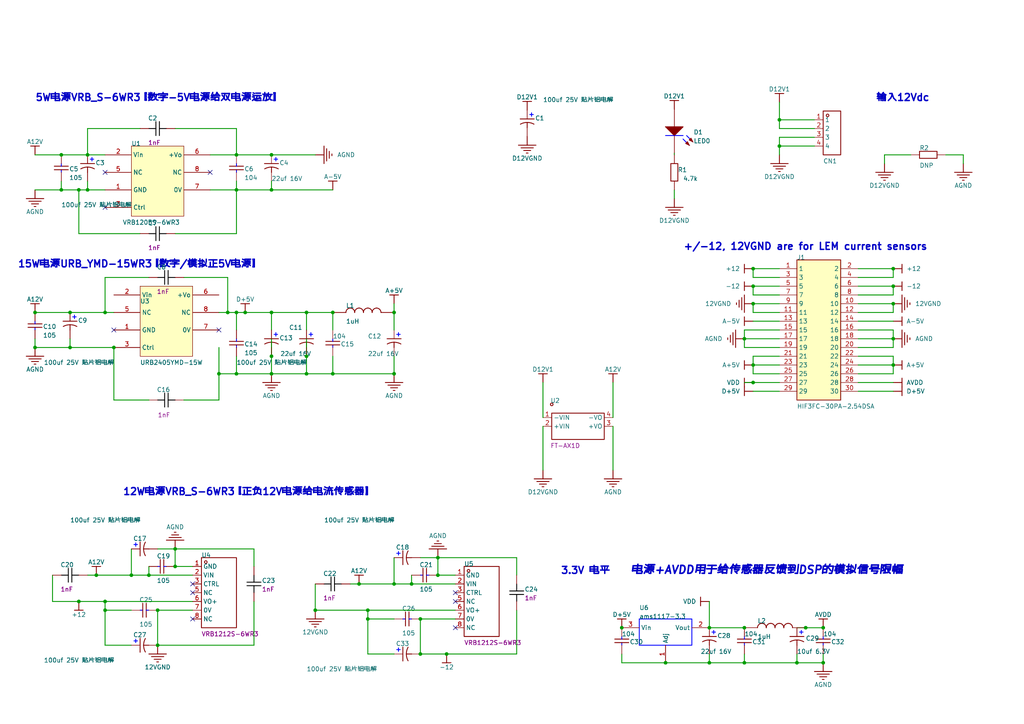
<source format=kicad_sch>
(kicad_sch (version 20230121) (generator eeschema)
  (paper "A4")
  (junction (at 259.08 77.9272))
  (junction (at 180.34 182.0672))
  (junction (at 91.44 176.9872))
  (junction (at 193.04 192.2272))
  (junction (at 17.78 44.9072))
  (junction (at 259.08 83.0072))
  (junction (at 233.68 182.0672))
  (junction (at 215.9 182.0672))
  (junction (at 38.1 166.8272))
  (junction (at 218.44 110.9472))
  (junction (at 78.74 55.0672))
  (junction (at 25.4 44.9072))
  (junction (at 78.74 103.3272))
  (junction (at 50.8 164.2872))
  (junction (at 33.02 100.7872))
  (junction (at 17.78 55.0672))
  (junction (at 63.5 108.4072))
  (junction (at 106.68 176.9872))
  (junction (at 119.38 169.3672))
  (junction (at 96.52 108.4072))
  (junction (at 104.14 169.3672))
  (junction (at 88.9 103.3272))
  (junction (at 68.58 44.9072))
  (junction (at 114.3 90.6272))
  (junction (at 30.48 176.9872))
  (junction (at 259.08 98.2472))
  (junction (at 78.74 108.4072))
  (junction (at 27.94 166.8272))
  (junction (at 68.58 108.4072))
  (junction (at 25.4 55.0672))
  (junction (at 88.9 108.4072))
  (junction (at 43.18 166.8272))
  (junction (at 106.68 179.5272))
  (junction (at 66.04 90.6272))
  (junction (at 22.86 174.4472))
  (junction (at 238.76 182.0672))
  (junction (at 45.72 187.1472))
  (junction (at 226.06 34.7472))
  (junction (at 205.74 182.0672))
  (junction (at 259.08 88.0872))
  (junction (at 238.76 192.2272))
  (junction (at 259.08 105.8672))
  (junction (at 30.48 174.4472))
  (junction (at 20.32 100.7872))
  (junction (at 20.32 90.6272))
  (junction (at 121.92 179.5272))
  (junction (at 50.8 159.2072))
  (junction (at 10.16 90.6272))
  (junction (at 218.44 88.0872))
  (junction (at 68.58 55.0672))
  (junction (at 114.3 108.4072))
  (junction (at 10.16 100.7872))
  (junction (at 226.06 42.3672))
  (junction (at 215.9 192.2272))
  (junction (at 114.3 169.3672))
  (junction (at 121.92 189.6872))
  (junction (at 30.48 90.6272))
  (junction (at 218.44 77.9272))
  (junction (at 129.54 189.6872))
  (junction (at 127 161.7472))
  (junction (at 71.12 90.6272))
  (junction (at 231.14 192.2272))
  (junction (at 218.44 105.8672))
  (junction (at 205.74 192.2272))
  (junction (at 78.74 90.6272))
  (junction (at 127 166.8272))
  (junction (at 88.9 90.6272))
  (junction (at 68.58 90.6272))
  (junction (at 22.86 55.0672))
  (junction (at 96.52 90.6272))
  (junction (at 218.44 83.0072))
  (junction (at 45.72 176.9872))
  (junction (at 215.9 98.2472))
  (junction (at 78.74 44.9072))
  (no_connect (at 132.08 182.0672))
  (no_connect (at 33.02 95.7072))
  (no_connect (at 63.5 95.7072))
  (no_connect (at 132.08 174.4472))
  (no_connect (at 55.88 179.5272))
  (no_connect (at 30.48 60.1472))
  (no_connect (at 60.96 49.9872))
  (no_connect (at 55.88 171.9072))
  (no_connect (at 30.48 49.9872))
  (no_connect (at 55.88 169.3672))
  (no_connect (at 132.08 171.9072))
  (wire (pts (xy 78.74 108.4072) (xy 88.9 108.4072)) (stroke (width 0.254)))
  (wire (pts (xy 205.74 192.2272) (xy 215.9 192.2272)) (stroke (width 0.254)))
  (wire (pts (xy 10.16 100.7872) (xy 20.32 100.7872)) (stroke (width 0.254)))
  (wire (pts (xy 78.74 90.6272) (xy 78.74 95.7072)) (stroke (width 0.254)))
  (wire (pts (xy 91.44 44.9072) (xy 78.74 44.9072)) (stroke (width 0.254)))
  (wire (pts (xy 88.9 103.3272) (xy 88.9 108.4072)) (stroke (width 0.254)))
  (wire (pts (xy 248.92 77.9272) (xy 259.08 77.9272)) (stroke (width 0.254)))
  (wire (pts (xy 53.34 80.4672) (xy 66.04 80.4672)) (stroke (width 0.254)))
  (wire (pts (xy 96.52 95.7072) (xy 96.52 90.6272)) (stroke (width 0.254)))
  (wire (pts (xy 25.4 52.5272) (xy 25.4 55.0672)) (stroke (width 0.254)))
  (wire (pts (xy 259.08 90.6272) (xy 259.08 88.0872)) (stroke (width 0.254)))
  (wire (pts (xy 149.86 176.9872) (xy 149.86 189.6872)) (stroke (width 0.254)))
  (wire (pts (xy 195.58 44.9072) (xy 195.58 44.3992)) (stroke (width 0.254)))
  (wire (pts (xy 63.5 108.4072) (xy 68.58 108.4072)) (stroke (width 0.254)))
  (wire (pts (xy 106.68 176.9872) (xy 91.44 176.9872)) (stroke (width 0.254)))
  (wire (pts (xy 218.44 85.5472) (xy 218.44 83.0072)) (stroke (width 0.254)))
  (wire (pts (xy 236.22 42.3672) (xy 226.06 42.3672)) (stroke (width 0.254)))
  (wire (pts (xy 127 161.7472) (xy 149.86 161.7472)) (stroke (width 0.254)))
  (wire (pts (xy 264.16 44.9072) (xy 256.54 44.9072)) (stroke (width 0.254)))
  (wire (pts (xy 177.8 110.9472) (xy 177.8 121.1072)) (stroke (width 0.254)))
  (wire (pts (xy 30.48 80.4672) (xy 30.48 90.6272)) (stroke (width 0.254)))
  (wire (pts (xy 88.9 108.4072) (xy 96.52 108.4072)) (stroke (width 0.254)))
  (wire (pts (xy 248.92 105.8672) (xy 259.08 105.8672)) (stroke (width 0.254)))
  (wire (pts (xy 149.86 161.7472) (xy 149.86 166.8272)) (stroke (width 0.254)))
  (wire (pts (xy 226.06 37.2872) (xy 226.06 34.7472)) (stroke (width 0.254)))
  (wire (pts (xy 50.8 67.7672) (xy 68.58 67.7672)) (stroke (width 0.254)))
  (wire (pts (xy 259.08 85.5472) (xy 259.08 83.0072)) (stroke (width 0.254)))
  (wire (pts (xy 215.9 100.7872) (xy 215.9 98.2472)) (stroke (width 0.254)))
  (wire (pts (xy 218.44 103.3272) (xy 218.44 105.8672)) (stroke (width 0.254)))
  (wire (pts (xy 226.06 100.7872) (xy 215.9 100.7872)) (stroke (width 0.254)))
  (wire (pts (xy 68.58 90.6272) (xy 66.04 90.6272)) (stroke (width 0.254)))
  (wire (pts (xy 248.92 88.0872) (xy 259.08 88.0872)) (stroke (width 0.254)))
  (wire (pts (xy 71.12 90.6272) (xy 68.58 90.6272)) (stroke (width 0.254)))
  (wire (pts (xy 226.06 103.3272) (xy 218.44 103.3272)) (stroke (width 0.254)))
  (wire (pts (xy 88.9 98.2472) (xy 88.9 103.3272)) (stroke (width 0.254)))
  (wire (pts (xy 180.34 192.2272) (xy 193.04 192.2272)) (stroke (width 0.254)))
  (wire (pts (xy 20.32 98.2472) (xy 20.32 100.7872)) (stroke (width 0.254)))
  (wire (pts (xy 205.74 182.0672) (xy 205.74 174.4472)) (stroke (width 0.254)))
  (wire (pts (xy 218.44 80.4672) (xy 218.44 77.9272)) (stroke (width 0.254)))
  (wire (pts (xy 17.78 52.5272) (xy 17.78 55.0672)) (stroke (width 0.254)))
  (wire (pts (xy 68.58 67.7672) (xy 68.58 55.0672)) (stroke (width 0.254)))
  (wire (pts (xy 30.48 90.6272) (xy 33.02 90.6272)) (stroke (width 0.254)))
  (wire (pts (xy 132.08 166.8272) (xy 127 166.8272)) (stroke (width 0.254)))
  (wire (pts (xy 114.3 108.4072) (xy 114.3 103.3272)) (stroke (width 0.254)))
  (wire (pts (xy 73.66 159.2072) (xy 73.66 164.2872)) (stroke (width 0.254)))
  (wire (pts (xy 20.32 90.6272) (xy 30.48 90.6272)) (stroke (width 0.254)))
  (wire (pts (xy 226.06 80.4672) (xy 218.44 80.4672)) (stroke (width 0.254)))
  (wire (pts (xy 114.3 90.6272) (xy 114.3 95.7072)) (stroke (width 0.254)))
  (wire (pts (xy 215.9 98.2472) (xy 215.9 95.7072)) (stroke (width 0.254)))
  (wire (pts (xy 68.58 90.6272) (xy 68.58 95.7072)) (stroke (width 0.254)))
  (wire (pts (xy 129.54 189.6872) (xy 121.92 189.6872)) (stroke (width 0.254)))
  (wire (pts (xy 25.4 37.2872) (xy 25.4 44.9072)) (stroke (width 0.254)))
  (wire (pts (xy 73.66 174.4472) (xy 73.66 187.1472)) (stroke (width 0.254)))
  (wire (pts (xy 248.92 103.3272) (xy 259.08 103.3272)) (stroke (width 0.254)))
  (wire (pts (xy 38.1 166.8272) (xy 27.94 166.8272)) (stroke (width 0.254)))
  (wire (pts (xy 96.52 90.6272) (xy 88.9 90.6272)) (stroke (width 0.254)))
  (wire (pts (xy 279.4 44.9072) (xy 279.4 47.4472)) (stroke (width 0.254)))
  (wire (pts (xy 259.08 108.4072) (xy 259.08 105.8672)) (stroke (width 0.254)))
  (wire (pts (xy 22.86 67.7672) (xy 22.86 55.0672)) (stroke (width 0.254)))
  (wire (pts (xy 218.44 88.0872) (xy 226.06 88.0872)) (stroke (width 0.254)))
  (wire (pts (xy 121.92 179.5272) (xy 132.08 179.5272)) (stroke (width 0.254)))
  (wire (pts (xy 78.74 44.9072) (xy 68.58 44.9072)) (stroke (width 0.254)))
  (wire (pts (xy 205.74 192.2272) (xy 205.74 189.6872)) (stroke (width 0.254)))
  (wire (pts (xy 68.58 44.9072) (xy 60.96 44.9072)) (stroke (width 0.254)))
  (wire (pts (xy 43.18 116.0272) (xy 33.02 116.0272)) (stroke (width 0.254)))
  (wire (pts (xy 215.9 95.7072) (xy 226.06 95.7072)) (stroke (width 0.254)))
  (wire (pts (xy 15.24 174.4472) (xy 22.86 174.4472)) (stroke (width 0.254)))
  (wire (pts (xy 55.88 164.2872) (xy 50.8 164.2872)) (stroke (width 0.254)))
  (wire (pts (xy 88.9 90.6272) (xy 88.9 95.7072)) (stroke (width 0.254)))
  (wire (pts (xy 231.14 189.6872) (xy 231.14 192.2272)) (stroke (width 0.254)))
  (wire (pts (xy 106.68 179.5272) (xy 114.3 179.5272)) (stroke (width 0.254)))
  (wire (pts (xy 66.04 80.4672) (xy 66.04 90.6272)) (stroke (width 0.254)))
  (wire (pts (xy 274.32 44.9072) (xy 279.4 44.9072)) (stroke (width 0.254)))
  (wire (pts (xy 226.06 90.6272) (xy 218.44 90.6272)) (stroke (width 0.254)))
  (wire (pts (xy 38.1 159.2072) (xy 38.1 166.8272)) (stroke (width 0.254)))
  (wire (pts (xy 259.08 80.4672) (xy 259.08 77.9272)) (stroke (width 0.254)))
  (wire (pts (xy 218.44 77.9272) (xy 226.06 77.9272)) (stroke (width 0.254)))
  (wire (pts (xy 180.34 189.6872) (xy 180.34 192.2272)) (stroke (width 0.254)))
  (wire (pts (xy 259.08 103.3272) (xy 259.08 105.8672)) (stroke (width 0.254)))
  (wire (pts (xy 22.86 55.0672) (xy 17.78 55.0672)) (stroke (width 0.254)))
  (wire (pts (xy 226.06 98.2472) (xy 215.9 98.2472)) (stroke (width 0.254)))
  (wire (pts (xy 259.08 98.2472) (xy 259.08 100.7872)) (stroke (width 0.254)))
  (wire (pts (xy 50.8 159.2072) (xy 73.66 159.2072)) (stroke (width 0.254)))
  (wire (pts (xy 157.48 136.3472) (xy 157.48 123.6472)) (stroke (width 0.254)))
  (wire (pts (xy 50.8 37.2872) (xy 68.58 37.2872)) (stroke (width 0.254)))
  (wire (pts (xy 236.22 39.8272) (xy 226.06 39.8272)) (stroke (width 0.254)))
  (wire (pts (xy 226.06 34.7472) (xy 226.06 29.6672)) (stroke (width 0.254)))
  (wire (pts (xy 40.64 67.7672) (xy 22.86 67.7672)) (stroke (width 0.254)))
  (wire (pts (xy 30.48 174.4472) (xy 30.48 176.9872)) (stroke (width 0.254)))
  (wire (pts (xy 259.08 93.1672) (xy 248.92 93.1672)) (stroke (width 0.254)))
  (wire (pts (xy 68.58 37.2872) (xy 68.58 44.9072)) (stroke (width 0.254)))
  (wire (pts (xy 88.9 90.6272) (xy 78.74 90.6272)) (stroke (width 0.254)))
  (wire (pts (xy 231.14 182.0672) (xy 233.68 182.0672)) (stroke (width 0.254)))
  (wire (pts (xy 30.48 176.9872) (xy 30.48 187.1472)) (stroke (width 0.254)))
  (wire (pts (xy 236.22 34.7472) (xy 226.06 34.7472)) (stroke (width 0.254)))
  (wire (pts (xy 30.48 176.9872) (xy 38.1 176.9872)) (stroke (width 0.254)))
  (wire (pts (xy 55.88 166.8272) (xy 43.18 166.8272)) (stroke (width 0.254)))
  (wire (pts (xy 20.32 100.7872) (xy 33.02 100.7872)) (stroke (width 0.254)))
  (wire (pts (xy 218.44 90.6272) (xy 218.44 88.0872)) (stroke (width 0.254)))
  (wire (pts (xy 114.3 88.0872) (xy 114.3 90.6272)) (stroke (width 0.254)))
  (wire (pts (xy 22.86 174.4472) (xy 30.48 174.4472)) (stroke (width 0.254)))
  (wire (pts (xy 17.78 44.9072) (xy 25.4 44.9072)) (stroke (width 0.254)))
  (wire (pts (xy 96.52 108.4072) (xy 114.3 108.4072)) (stroke (width 0.254)))
  (wire (pts (xy 10.16 90.6272) (xy 20.32 90.6272)) (stroke (width 0.254)))
  (wire (pts (xy 40.64 37.2872) (xy 25.4 37.2872)) (stroke (width 0.254)))
  (wire (pts (xy 68.58 55.0672) (xy 60.96 55.0672)) (stroke (width 0.254)))
  (wire (pts (xy 248.92 113.4872) (xy 259.08 113.4872)) (stroke (width 0.254)))
  (wire (pts (xy 248.92 98.2472) (xy 259.08 98.2472)) (stroke (width 0.254)))
  (wire (pts (xy 106.68 176.9872) (xy 106.68 179.5272)) (stroke (width 0.254)))
  (wire (pts (xy 91.44 176.9872) (xy 91.44 169.3672)) (stroke (width 0.254)))
  (wire (pts (xy 218.44 108.4072) (xy 218.44 105.8672)) (stroke (width 0.254)))
  (wire (pts (xy 119.38 169.3672) (xy 114.3 169.3672)) (stroke (width 0.254)))
  (wire (pts (xy 127 166.8272) (xy 127 161.7472)) (stroke (width 0.254)))
  (wire (pts (xy 132.08 176.9872) (xy 106.68 176.9872)) (stroke (width 0.254)))
  (wire (pts (xy 248.92 108.4072) (xy 259.08 108.4072)) (stroke (width 0.254)))
  (wire (pts (xy 218.44 110.9472) (xy 215.9 110.9472)) (stroke (width 0.254)))
  (wire (pts (xy 248.92 85.5472) (xy 259.08 85.5472)) (stroke (width 0.254)))
  (wire (pts (xy 106.68 179.5272) (xy 106.68 189.6872)) (stroke (width 0.254)))
  (wire (pts (xy 218.44 113.4872) (xy 226.06 113.4872)) (stroke (width 0.254)))
  (wire (pts (xy 259.08 98.2472) (xy 259.08 95.7072)) (stroke (width 0.254)))
  (wire (pts (xy 127 161.7472) (xy 121.92 161.7472)) (stroke (width 0.254)))
  (wire (pts (xy 78.74 103.3272) (xy 78.74 98.2472)) (stroke (width 0.254)))
  (wire (pts (xy 248.92 90.6272) (xy 259.08 90.6272)) (stroke (width 0.254)))
  (wire (pts (xy 121.92 189.6872) (xy 121.92 179.5272)) (stroke (width 0.254)))
  (wire (pts (xy 68.58 52.5272) (xy 68.58 55.0672)) (stroke (width 0.254)))
  (wire (pts (xy 10.16 98.2472) (xy 10.16 100.7872)) (stroke (width 0.254)))
  (wire (pts (xy 96.52 55.0672) (xy 78.74 55.0672)) (stroke (width 0.254)))
  (wire (pts (xy 259.08 95.7072) (xy 248.92 95.7072)) (stroke (width 0.254)))
  (wire (pts (xy 96.52 108.4072) (xy 96.52 103.3272)) (stroke (width 0.254)))
  (wire (pts (xy 78.74 55.0672) (xy 68.58 55.0672)) (stroke (width 0.254)))
  (wire (pts (xy 226.06 108.4072) (xy 218.44 108.4072)) (stroke (width 0.254)))
  (wire (pts (xy 114.3 161.7472) (xy 114.3 169.3672)) (stroke (width 0.254)))
  (wire (pts (xy 104.14 169.3672) (xy 101.6 169.3672)) (stroke (width 0.254)))
  (wire (pts (xy 63.5 116.0272) (xy 63.5 108.4072)) (stroke (width 0.254)))
  (wire (pts (xy 226.06 85.5472) (xy 218.44 85.5472)) (stroke (width 0.254)))
  (wire (pts (xy 30.48 55.0672) (xy 25.4 55.0672)) (stroke (width 0.254)))
  (wire (pts (xy 218.44 93.1672) (xy 226.06 93.1672)) (stroke (width 0.254)))
  (wire (pts (xy 17.78 55.0672) (xy 10.16 55.0672)) (stroke (width 0.254)))
  (wire (pts (xy 10.16 44.9072) (xy 17.78 44.9072)) (stroke (width 0.254)))
  (wire (pts (xy 149.86 189.6872) (xy 129.54 189.6872)) (stroke (width 0.254)))
  (wire (pts (xy 226.06 42.3672) (xy 226.06 44.9072)) (stroke (width 0.254)))
  (wire (pts (xy 215.9 192.2272) (xy 215.9 189.6872)) (stroke (width 0.254)))
  (wire (pts (xy 53.34 116.0272) (xy 63.5 116.0272)) (stroke (width 0.254)))
  (wire (pts (xy 259.08 110.9472) (xy 248.92 110.9472)) (stroke (width 0.254)))
  (wire (pts (xy 45.72 176.9872) (xy 55.88 176.9872)) (stroke (width 0.254)))
  (wire (pts (xy 43.18 166.8272) (xy 38.1 166.8272)) (stroke (width 0.254)))
  (wire (pts (xy 256.54 44.9072) (xy 256.54 47.4472)) (stroke (width 0.254)))
  (wire (pts (xy 50.8 159.2072) (xy 45.72 159.2072)) (stroke (width 0.254)))
  (wire (pts (xy 226.06 39.8272) (xy 226.06 42.3672)) (stroke (width 0.254)))
  (wire (pts (xy 30.48 174.4472) (xy 55.88 174.4472)) (stroke (width 0.254)))
  (wire (pts (xy 215.9 192.2272) (xy 231.14 192.2272)) (stroke (width 0.254)))
  (wire (pts (xy 68.58 108.4072) (xy 78.74 108.4072)) (stroke (width 0.254)))
  (wire (pts (xy 78.74 90.6272) (xy 71.12 90.6272)) (stroke (width 0.254)))
  (wire (pts (xy 15.24 166.8272) (xy 15.24 174.4472)) (stroke (width 0.254)))
  (wire (pts (xy 226.06 110.9472) (xy 218.44 110.9472)) (stroke (width 0.254)))
  (wire (pts (xy 30.48 187.1472) (xy 38.1 187.1472)) (stroke (width 0.254)))
  (wire (pts (xy 73.66 187.1472) (xy 45.72 187.1472)) (stroke (width 0.254)))
  (wire (pts (xy 119.38 166.8272) (xy 119.38 169.3672)) (stroke (width 0.254)))
  (wire (pts (xy 25.4 55.0672) (xy 22.86 55.0672)) (stroke (width 0.254)))
  (wire (pts (xy 218.44 105.8672) (xy 226.06 105.8672)) (stroke (width 0.254)))
  (wire (pts (xy 193.04 192.2272) (xy 205.74 192.2272)) (stroke (width 0.254)))
  (wire (pts (xy 63.5 100.7872) (xy 63.5 108.4072)) (stroke (width 0.254)))
  (wire (pts (xy 50.8 164.2872) (xy 50.8 159.2072)) (stroke (width 0.254)))
  (wire (pts (xy 43.18 80.4672) (xy 30.48 80.4672)) (stroke (width 0.254)))
  (wire (pts (xy 177.8 136.3472) (xy 177.8 123.6472)) (stroke (width 0.254)))
  (wire (pts (xy 132.08 169.3672) (xy 119.38 169.3672)) (stroke (width 0.254)))
  (wire (pts (xy 27.94 166.8272) (xy 25.4 166.8272)) (stroke (width 0.254)))
  (wire (pts (xy 33.02 116.0272) (xy 33.02 100.7872)) (stroke (width 0.254)))
  (wire (pts (xy 43.18 164.2872) (xy 43.18 166.8272)) (stroke (width 0.254)))
  (wire (pts (xy 218.44 83.0072) (xy 226.06 83.0072)) (stroke (width 0.254)))
  (wire (pts (xy 114.3 169.3672) (xy 104.14 169.3672)) (stroke (width 0.254)))
  (wire (pts (xy 236.22 37.2872) (xy 226.06 37.2872)) (stroke (width 0.254)))
  (wire (pts (xy 248.92 83.0072) (xy 259.08 83.0072)) (stroke (width 0.254)))
  (wire (pts (xy 157.48 110.9472) (xy 157.48 121.1072)) (stroke (width 0.254)))
  (wire (pts (xy 68.58 103.3272) (xy 68.58 108.4072)) (stroke (width 0.254)))
  (wire (pts (xy 106.68 189.6872) (xy 114.3 189.6872)) (stroke (width 0.254)))
  (wire (pts (xy 259.08 100.7872) (xy 248.92 100.7872)) (stroke (width 0.254)))
  (wire (pts (xy 30.48 44.9072) (xy 25.4 44.9072)) (stroke (width 0.254)))
  (wire (pts (xy 78.74 108.4072) (xy 78.74 103.3272)) (stroke (width 0.254)))
  (wire (pts (xy 238.76 192.2272) (xy 238.76 189.6872)) (stroke (width 0.254)))
  (wire (pts (xy 45.72 187.1472) (xy 45.72 176.9872)) (stroke (width 0.254)))
  (wire (pts (xy 215.9 182.0672) (xy 205.74 182.0672)) (stroke (width 0.254)))
  (wire (pts (xy 195.58 55.0672) (xy 195.58 57.6072)) (stroke (width 0.254)))
  (wire (pts (xy 248.92 80.4672) (xy 259.08 80.4672)) (stroke (width 0.254)))
  (wire (pts (xy 78.74 52.5272) (xy 78.74 55.0672)) (stroke (width 0.254)))
  (wire (pts (xy 66.04 90.6272) (xy 63.5 90.6272)) (stroke (width 0.254)))
  (wire (pts (xy 233.68 182.0672) (xy 238.76 182.0672)) (stroke (width 0.254)))
  (wire (pts (xy 231.14 192.2272) (xy 238.76 192.2272)) (stroke (width 0.254)))
  (text "+/-12, 12VGND are for LEM current sensors" (at 198.12 72.8472 0) (effects (font (size 2.032 2.032) bold) (justify left bottom)))
  (text "5W电源VRB_S-6WR3【数字-5V电源给双电源运放】" (at 10.16 29.6672 0) (effects (font (size 2.032 2.032) bold) (justify left bottom)))
  (text "电源+AVDD用于给传感器反馈到DSP的模拟信号限幅" (at 182.88 166.8272 0) (effects (font (size 2.286 2.286) bold italic) (justify left bottom)))
  (text "输入12Vdc" (at 254 29.6672 0) (effects (font (size 2.032 2.032) bold) (justify left bottom)))
  (text "3.3V 电平" (at 162.56 166.8272 0) (effects (font (size 2.032 2.032) bold) (justify left bottom)))
  (text "12W电源VRB_S-6WR3【正负12V电源给电流传感器】" (at 35.56 143.9672 0) (effects (font (size 2.032 2.032) bold) (justify left bottom)))
  (text "15W电源URB_YMD-15WR3【数字/模拟正5V电源】" (at 5.08 77.9272 0) (effects (font (size 2.032 2.032) bold) (justify left bottom)))
  (symbol (lib_id "Power_v1.0-altium-import:+12") (at 22.86 174.4472 0) (unit 1)
    (property "Reference" "#PWR?" (effects hide))
    (property "Value" "+12" (at 22.86 178.2572 0))
  )
  (symbol (lib_id "Power_v1.0-altium-import:D12VGND") (at 152.908 39.5732 0) (unit 1)
    (property "Reference" "#PWR?" (effects hide))
    (property "Value" "D12VGND" (at 152.908 45.9232 0))
  )
  (symbol (lib_id "Power_v1.0-altium-import:A12V") (at 27.94 166.8272 180) (unit 1)
    (property "Reference" "#PWR?" (effects hide))
    (property "Value" "A12V" (at 27.94 163.0172 0))
  )
  (symbol (lib_id "Power_v1.0-altium-import:root_2_KY1102M400VAC70Y10093") (at 96.52 169.3672 0) (unit 1)
    (property "Reference" "C22" (at 93.726 167.0812 0) (effects (justify left bottom)))
    (property "Value" "${ALTIUM_VALUE}" (effects hide))
    (property "Footprint" "CAP-TH_L7.5-W4.5-P10.00-D0.6" (effects hide))
    (property "SYMBOL" "KY1102M400VAC70Y10093" (effects hide))
    (property "DEVICE" "KY1102M400VAC70Y10093" (effects hide))
    (property "LCSC PART NAME" "等级:Y1 1nF ±20% 400V" (effects hide))
    (property "SUPPLIER PART" "C2943996" (effects hide))
    (property "MANUFACTURER" "KNSCHA(科尼盛)" (effects hide))
    (property "MANUFACTURER PART" "KY1102M400VAC70Y10093" (effects hide))
    (property "SUPPLIER FOOTPRINT" "插件,P=10mm" (effects hide))
    (property "DATASHEET" "https://atta.szlcsc.com/upload/public/pdf/source/20220125/2D2B80E2C5D988A5B116EA64517B63EA.pdf" (effects hide))
    (property "SUPPLIER" "LCSC" (effects hide))
    (property "ADD INTO BOM" "yes" (effects hide))
    (property "CONVERT TO PCB" "yes" (effects hide))
    (property "SUBCLASS" "Y1" (effects hide))
    (property "ALTIUM_VALUE" "1nF" (effects hide))
    (property "TOLERANCE" "±20%" (effects hide))
    (property "VOLTAGE(AC)" "400V" (effects hide))
    (property "NAME" "${ALTIUM_VALUE}" (at 93.726 174.1932 0) (effects (justify left bottom)))
  )
  (symbol (lib_id "Power_v1.0-altium-import:12VGND") (at 91.44 176.9872 0) (unit 1)
    (property "Reference" "#PWR?" (effects hide))
    (property "Value" "12VGND" (at 91.44 183.3372 0))
  )
  (symbol (lib_id "Power_v1.0-altium-import:AVDD") (at 238.76 182.0672 180) (unit 1)
    (property "Reference" "#PWR?" (effects hide))
    (property "Value" "AVDD" (at 238.76 178.2572 0))
  )
  (symbol (lib_id "Power_v1.0-altium-import:D12V1") (at 195.58 31.6992 180) (unit 1)
    (property "Reference" "#PWR?" (effects hide))
    (property "Value" "D12V1" (at 195.58 27.8892 0))
  )
  (symbol (lib_id "Power_v1.0-altium-import:root_3_Cap Pol1") (at 22.86 93.1672 0) (unit 1)
    (property "Reference" "C9" (at 22.606 93.6752 0) (effects (justify left bottom)))
    (property "Value" "100uf 25V 贴片铝电解" (at 12.7 105.8672 0) (effects (justify left bottom)))
    (property "Footprint" "CAP/6.4mm -" (effects hide))
    (property "PUBLISHED" "8-Jun-2000" (effects hide))
    (property "LATESTREVISIONDATE" "17-Jul-2002" (effects hide))
    (property "LATESTREVISIONNOTE" "Re-released for DXP Platform." (effects hide))
    (property "PUBLISHER" "Altium Limited" (effects hide))
    (property "CLASSNAME" "Power" (effects hide))
  )
  (symbol (lib_id "Power_v1.0-altium-import:root_0_Cap Pol1") (at 116.84 159.2072 0) (unit 1)
    (property "Reference" "C18" (at 114.808 159.4612 0) (effects (justify left bottom)))
    (property "Value" "100uf 25V 贴片铝电解" (at 93.98 151.5872 0) (effects (justify left bottom)))
    (property "Footprint" "CAP/6.4mm -" (effects hide))
    (property "PUBLISHED" "8-Jun-2000" (effects hide))
    (property "LATESTREVISIONDATE" "17-Jul-2002" (effects hide))
    (property "LATESTREVISIONNOTE" "Re-released for DXP Platform." (effects hide))
    (property "PUBLISHER" "Altium Limited" (effects hide))
    (property "CLASSNAME" "Power" (effects hide))
  )
  (symbol (lib_id "Power_v1.0-altium-import:A-5V") (at 218.44 93.1672 270) (unit 1)
    (property "Reference" "#PWR?" (effects hide))
    (property "Value" "A-5V" (at 214.63 93.1672 90) (effects (justify right)))
  )
  (symbol (lib_id "Power_v1.0-altium-import:AGND") (at 238.76 192.2272 0) (unit 1)
    (property "Reference" "#PWR?" (effects hide))
    (property "Value" "AGND" (at 238.76 198.5772 0))
  )
  (symbol (lib_id "Power_v1.0-altium-import:12VGND") (at 45.72 187.1472 0) (unit 1)
    (property "Reference" "#PWR?" (effects hide))
    (property "Value" "12VGND" (at 45.72 193.4972 0))
  )
  (symbol (lib_id "Power_v1.0-altium-import:root_1_Cap Semi") (at 177.8 187.1472 0) (unit 1)
    (property "Reference" "C30" (at 182.626 186.8932 0) (effects (justify left bottom)))
    (property "Value" "104" (at 180.34 184.6072 0) (effects (justify left bottom)))
    (property "Footprint" "0805" (effects hide))
    (property "PUBLISHED" "8-Jun-2000" (effects hide))
    (property "LATESTREVISIONDATE" "17-Jul-2002" (effects hide))
    (property "LATESTREVISIONNOTE" "Re-released for DXP Platform." (effects hide))
    (property "PACKAGEREFERENCE" "C1206" (effects hide))
    (property "PUBLISHER" "Altium Limited" (effects hide))
    (property "CLASSNAME" "Power" (effects hide))
  )
  (symbol (lib_id "Power_v1.0-altium-import:root_3_LED0") (at 198.12 36.7792 0) (unit 1)
    (property "Reference" "D1" (at 201.168 39.0652 0) (effects (justify left bottom)))
    (property "Value" "LED0" (at 201.168 41.6052 0) (effects (justify left bottom)))
    (property "Footprint" "l0805" (effects hide))
    (property "PUBLISHED" "8-Jun-2000" (effects hide))
    (property "LATESTREVISIONDATE" "08-Jul-2005" (effects hide))
    (property "LATESTREVISIONNOTE" "Mech Layer 1 removed." (effects hide))
    (property "PACKAGEREFERENCE" "LED-0" (effects hide))
    (property "PUBLISHER" "Altium Limited" (effects hide))
    (property "PACKAGEDESCRIPTION" "LED; 2 Leads" (effects hide))
  )
  (symbol (lib_id "Power_v1.0-altium-import:-12") (at 259.08 83.0072 90) (unit 1)
    (property "Reference" "#PWR?" (effects hide))
    (property "Value" "-12" (at 262.89 83.0072 90) (effects (justify right)))
  )
  (symbol (lib_id "Power_v1.0-altium-import:root_3_VRB1212S-6WR3") (at 137.16 174.4472 0) (unit 1)
    (property "Reference" "U5" (at 134.62 164.2872 0) (effects (justify left bottom)))
    (property "Value" "${MANUFACTURER PART}" (effects hide))
    (property "Footprint" "PWRM-TH_VRB2405S-6WR3" (effects hide))
    (property "NAME" "${MANUFACTURER PART}" (at 134.62 187.1472 0) (effects (justify left bottom)))
    (property "SYMBOL" "VRB1212S-6WR3" (effects hide))
    (property "DEVICE" "VRB1212S-6WR3" (effects hide))
    (property "LCSC PART NAME" "输入9V~18V 输出12V 500mA 6W" (effects hide))
    (property "SUPPLIER PART" "C2684876" (effects hide))
    (property "MANUFACTURER" "MORNSUN(金升阳)" (effects hide))
    (property "MANUFACTURER PART" "VRB1212S-6WR3" (effects hide))
    (property "SUPPLIER FOOTPRINT" "插件" (effects hide))
    (property "JLCPCB PART CLASS" "扩展库" (effects hide))
    (property "DATASHEET" "https://atta.szlcsc.com/upload/public/pdf/source/20210113/C2684875_85B724204689EA7052A85B7ABECFAE60.pdf" (effects hide))
    (property "SUPPLIER" "LCSC" (effects hide))
    (property "ADD INTO BOM" "yes" (effects hide))
    (property "CONVERT TO PCB" "yes" (effects hide))
    (property "OUTPUT CHANNEL" "1" (effects hide))
    (property "INPUT VOLTAGE(DC)" "9V~18V" (effects hide))
    (property "OUTPUT VOLTAGE" "12V" (effects hide))
    (property "OUTPUT CURRENT (MAX)" "500mA" (effects hide))
    (property "OUTPUT POWER" "6W" (effects hide))
    (property "CONVERSION EFFICIENCY" "84%" (effects hide))
  )
  (symbol (lib_id "Power_v1.0-altium-import:root_3_Cap Pol1") (at 208.28 184.6072 0) (unit 1)
    (property "Reference" "C28" (at 208.026 185.1152 0) (effects (justify left bottom)))
    (property "Value" "22uf 16V" (at 203.2 189.6872 0) (effects (justify left bottom)))
    (property "Footprint" "D:_Project_Four_In_One_Motor_Driver_Eureka_ProjectEureka_Project_Oshinoko.PcbLib_1206 (钽电容)" (effects hide))
    (property "PUBLISHED" "8-Jun-2000" (effects hide))
    (property "LATESTREVISIONDATE" "17-Jul-2002" (effects hide))
    (property "LATESTREVISIONNOTE" "Re-released for DXP Platform." (effects hide))
    (property "PUBLISHER" "Altium Limited" (effects hide))
    (property "CLASSNAME" "Power" (effects hide))
  )
  (symbol (lib_id "Power_v1.0-altium-import:D12VGND") (at 256.54 47.4472 0) (unit 1)
    (property "Reference" "#PWR?" (effects hide))
    (property "Value" "D12VGND" (at 256.54 53.7972 0))
  )
  (symbol (lib_id "Power_v1.0-altium-import:AGND") (at 215.9 98.2472 270) (unit 1)
    (property "Reference" "#PWR?" (effects hide))
    (property "Value" "AGND" (at 209.55 98.2472 90) (effects (justify right)))
  )
  (symbol (lib_id "Power_v1.0-altium-import:root_0_KY1102M400VAC70Y10093") (at 45.72 67.7672 0) (unit 1)
    (property "Reference" "C7" (at 42.926 65.4812 0) (effects (justify left bottom)))
    (property "Value" "${ALTIUM_VALUE}" (effects hide))
    (property "Footprint" "CAP-TH_L7.5-W4.5-P10.00-D0.6" (effects hide))
    (property "SYMBOL" "KY1102M400VAC70Y10093" (effects hide))
    (property "DEVICE" "KY1102M400VAC70Y10093" (effects hide))
    (property "LCSC PART NAME" "等级:Y1 1nF ±20% 400V" (effects hide))
    (property "SUPPLIER PART" "C2943996" (effects hide))
    (property "MANUFACTURER" "KNSCHA(科尼盛)" (effects hide))
    (property "MANUFACTURER PART" "KY1102M400VAC70Y10093" (effects hide))
    (property "SUPPLIER FOOTPRINT" "插件,P=10mm" (effects hide))
    (property "DATASHEET" "https://atta.szlcsc.com/upload/public/pdf/source/20220125/2D2B80E2C5D988A5B116EA64517B63EA.pdf" (effects hide))
    (property "SUPPLIER" "LCSC" (effects hide))
    (property "ADD INTO BOM" "yes" (effects hide))
    (property "CONVERT TO PCB" "yes" (effects hide))
    (property "SUBCLASS" "Y1" (effects hide))
    (property "ALTIUM_VALUE" "1nF" (effects hide))
    (property "TOLERANCE" "±20%" (effects hide))
    (property "VOLTAGE(AC)" "400V" (effects hide))
    (property "NAME" "${ALTIUM_VALUE}" (at 42.926 72.5932 0) (effects (justify left bottom)))
  )
  (symbol (lib_id "Power_v1.0-altium-import:root_3_Cap Pol1") (at 81.28 98.2472 0) (unit 1)
    (property "Reference" "C13" (at 81.026 98.7552 0) (effects (justify left bottom)))
    (property "Value" "100uf 25V 贴片铝电解" (at 68.58 105.8672 0) (effects (justify left bottom)))
    (property "Footprint" "D:_Project_Four_In_One_Motor_Driver_Eureka_ProjectEureka_Project_Oshinoko.PcbLib_CAP/6.4mm -" (effects hide))
    (property "PUBLISHED" "8-Jun-2000" (effects hide))
    (property "LATESTREVISIONDATE" "17-Jul-2002" (effects hide))
    (property "LATESTREVISIONNOTE" "Re-released for DXP Platform." (effects hide))
    (property "PUBLISHER" "Altium Limited" (effects hide))
    (property "CLASSNAME" "Power" (effects hide))
  )
  (symbol (lib_id "Power_v1.0-altium-import:root_3_Cap Pol1") (at 233.68 184.6072 0) (unit 1)
    (property "Reference" "C29" (at 233.68 185.8772 0) (effects (justify left bottom)))
    (property "Value" "10uf 6.3V" (at 231.14 189.6872 0) (effects (justify left bottom)))
    (property "Footprint" "D:_Project_Four_In_One_Motor_Driver_Eureka_ProjectEureka_Project_Oshinoko.PcbLib_1206 (钽电容)" (effects hide))
    (property "PUBLISHED" "8-Jun-2000" (effects hide))
    (property "LATESTREVISIONDATE" "17-Jul-2002" (effects hide))
    (property "LATESTREVISIONNOTE" "Re-released for DXP Platform." (effects hide))
    (property "PUBLISHER" "Altium Limited" (effects hide))
    (property "CLASSNAME" "Power" (effects hide))
  )
  (symbol (lib_id "Power_v1.0-altium-import:root_0_L") (at 96.52 90.6272 0) (unit 1)
    (property "Reference" "L1" (at 100.33 89.3572 0) (effects (justify left bottom)))
    (property "Value" "1uH" (at 100.33 93.9292 0) (effects (justify left bottom)))
    (property "Footprint" "L 0805" (effects hide))
    (property "BOM名称" "小功率贴片电感" (effects hide))
    (property "学习资源" "www.ooocke.com" (effects hide))
    (property "版权归属" "源创客" (effects hide))
  )
  (symbol (lib_id "Power_v1.0-altium-import:AGND") (at 91.44 44.9072 90) (unit 1)
    (property "Reference" "#PWR?" (effects hide))
    (property "Value" "AGND" (at 97.79 44.9072 90) (effects (justify right)))
  )
  (symbol (lib_id "Power_v1.0-altium-import:root_0_Component_1") (at 38.1 62.6872 0) (unit 1)
    (property "Reference" "U1" (at 38.1 42.3672 0) (effects (justify left bottom)))
    (property "Value" "VRB1205S-6WR3" (at 35.56 65.2272 0) (effects (justify left bottom)))
    (property "Footprint" "D:_Project_Four_In_One_Motor_Driver_Eureka_ProjectEureka_Project_Oshinoko.PcbLib_VRB_S-6WR3" (effects hide))
    (property "CLASSNAME" "Power" (effects hide))
  )
  (symbol (lib_id "Power_v1.0-altium-import:D12VGND") (at 226.06 44.9072 0) (unit 1)
    (property "Reference" "#PWR?" (effects hide))
    (property "Value" "D12VGND" (at 226.06 51.2572 0))
  )
  (symbol (lib_id "Power_v1.0-altium-import:root_0_DB2EVC-3.81-4P-GN") (at 241.3 38.5572 0) (unit 1)
    (property "Reference" "CN1" (at 238.76 47.4472 0) (effects (justify left bottom)))
    (property "Value" "DB2EVC-3.81-4P-GN" (effects hide))
    (property "Footprint" "CONN-TH_4P-P3.81_DB2EVC-3.81-4P" (effects hide))
    (property "NAME" "${MANUFACTURER PART}" (effects hide))
    (property "SYMBOL" "DB2EVC-3.81-4P" (effects hide))
    (property "DEVICE" "DB2EVC-3.81-4P-GN" (effects hide))
    (property "LCSC PART NAME" "3.81mm 1x4P 排数:1 每排P数:4" (effects hide))
    (property "SUPPLIER PART" "C395697" (effects hide))
    (property "MANUFACTURER" "DIBO(地博电气)" (effects hide))
    (property "MANUFACTURER PART" "DB2EVC-3.81-4P-GN" (effects hide))
    (property "SUPPLIER FOOTPRINT" "插件,P=3.81mm" (effects hide))
    (property "JLCPCB PART CLASS" "Extended Part" (effects hide))
    (property "DATASHEET" "https://atta.szlcsc.com/upload/public/pdf/source/20230106/E295F87ABDAA44E449E4D4A582259339.pdf" (effects hide))
    (property "SUPPLIER" "LCSC" (effects hide))
    (property "ADD INTO BOM" "yes" (effects hide))
    (property "CONVERT TO PCB" "yes" (effects hide))
    (property "CONNECTOR TYPE" "板端/插座-闭口" (effects hide))
    (property "PITCH" "3.81mm" (effects hide))
    (property "STRUCTURE" "1x4P" (effects hide))
    (property "NUMBER OF ROWS" "1" (effects hide))
    (property "NUMBER OF PINS PER ROW" "4" (effects hide))
    (property "NUMBER OF PINS" "4P" (effects hide))
    (property "CURRENT RATING (MAX)" "10A" (effects hide))
    (property "VOLTAGE RATING (MAX)" "250V" (effects hide))
    (property "OPERATING TEMPERATURE RANGE" "-40℃~+105℃" (effects hide))
    (property "COLOR" "绿色" (effects hide))
    (property "MOUNTING STYLE" "直针" (effects hide))
  )
  (symbol (lib_id "Power_v1.0-altium-import:root_2_KY1102M400VAC70Y10093") (at 48.26 116.0272 0) (unit 1)
    (property "Reference" "C16" (at 45.466 113.7412 0) (effects (justify left bottom)))
    (property "Value" "${ALTIUM_VALUE}" (effects hide))
    (property "Footprint" "D:_Project_Four_In_One_Motor_Driver_Eureka_ProjectEureka_Project_Oshinoko.PcbLib_CAP-TH_L7.5-W4.5-P10.00-D0.6" (effects hide))
    (property "SYMBOL" "KY1102M400VAC70Y10093" (effects hide))
    (property "DEVICE" "KY1102M400VAC70Y10093" (effects hide))
    (property "LCSC PART NAME" "等级:Y1 1nF ±20% 400V" (effects hide))
    (property "SUPPLIER PART" "C2943996" (effects hide))
    (property "MANUFACTURER" "KNSCHA(科尼盛)" (effects hide))
    (property "MANUFACTURER PART" "KY1102M400VAC70Y10093" (effects hide))
    (property "SUPPLIER FOOTPRINT" "插件,P=10mm" (effects hide))
    (property "DATASHEET" "https://atta.szlcsc.com/upload/public/pdf/source/20220125/2D2B80E2C5D988A5B116EA64517B63EA.pdf" (effects hide))
    (property "SUPPLIER" "LCSC" (effects hide))
    (property "ADD INTO BOM" "yes" (effects hide))
    (property "CONVERT TO PCB" "yes" (effects hide))
    (property "SUBCLASS" "Y1" (effects hide))
    (property "ALTIUM_VALUE" "1nF" (effects hide))
    (property "TOLERANCE" "±20%" (effects hide))
    (property "VOLTAGE(AC)" "400V" (effects hide))
    (property "NAME" "${ALTIUM_VALUE}" (at 45.72 121.1072 0) (effects (justify left bottom)))
  )
  (symbol (lib_id "Power_v1.0-altium-import:A-5V") (at 259.08 93.1672 90) (unit 1)
    (property "Reference" "#PWR?" (effects hide))
    (property "Value" "A-5V" (at 262.89 93.1672 90) (effects (justify right)))
  )
  (symbol (lib_id "Power_v1.0-altium-import:root_0_Cap") (at 121.92 164.2872 0) (unit 1)
    (property "Reference" "C21" (at 121.666 164.5412 0) (effects (justify left bottom)))
    (property "Value" "105" (at 121.666 171.6532 0) (effects (justify left bottom)))
    (property "Footprint" "0805" (effects hide))
    (property "PUBLISHED" "8-Jun-2000" (effects hide))
    (property "LATESTREVISIONDATE" "17-Jul-2002" (effects hide))
    (property "LATESTREVISIONNOTE" "Re-released for DXP Platform." (effects hide))
    (property "PACKAGEREFERENCE" "RAD-0.3" (effects hide))
    (property "PUBLISHER" "Altium Limited" (effects hide))
    (property "ALTIUM_VALUE" "0.1UF" (effects hide))
    (property "CLASSNAME" "Power" (effects hide))
  )
  (symbol (lib_id "Power_v1.0-altium-import:root_3_VRB1212S-6WR3") (at 60.96 171.9072 0) (unit 1)
    (property "Reference" "U4" (at 58.42 161.7472 0) (effects (justify left bottom)))
    (property "Value" "${MANUFACTURER PART}" (effects hide))
    (property "Footprint" "PWRM-TH_VRB2405S-6WR3" (effects hide))
    (property "NAME" "${MANUFACTURER PART}" (at 58.42 184.6072 0) (effects (justify left bottom)))
    (property "SYMBOL" "VRB1212S-6WR3" (effects hide))
    (property "DEVICE" "VRB1212S-6WR3" (effects hide))
    (property "LCSC PART NAME" "输入9V~18V 输出12V 500mA 6W" (effects hide))
    (property "SUPPLIER PART" "C2684876" (effects hide))
    (property "MANUFACTURER" "MORNSUN(金升阳)" (effects hide))
    (property "MANUFACTURER PART" "VRB1212S-6WR3" (effects hide))
    (property "SUPPLIER FOOTPRINT" "插件" (effects hide))
    (property "JLCPCB PART CLASS" "扩展库" (effects hide))
    (property "DATASHEET" "https://atta.szlcsc.com/upload/public/pdf/source/20210113/C2684875_85B724204689EA7052A85B7ABECFAE60.pdf" (effects hide))
    (property "SUPPLIER" "LCSC" (effects hide))
    (property "ADD INTO BOM" "yes" (effects hide))
    (property "CONVERT TO PCB" "yes" (effects hide))
    (property "OUTPUT CHANNEL" "1" (effects hide))
    (property "INPUT VOLTAGE(DC)" "9V~18V" (effects hide))
    (property "OUTPUT VOLTAGE" "12V" (effects hide))
    (property "OUTPUT CURRENT (MAX)" "500mA" (effects hide))
    (property "OUTPUT POWER" "6W" (effects hide))
    (property "CONVERSION EFFICIENCY" "84%" (effects hide))
  )
  (symbol (lib_id "Power_v1.0-altium-import:D+5V") (at 218.44 113.4872 270) (unit 1)
    (property "Reference" "#PWR?" (effects hide))
    (property "Value" "D+5V" (at 214.63 113.4872 90) (effects (justify right)))
  )
  (symbol (lib_id "Power_v1.0-altium-import:root_0_Cap Pol1") (at 40.64 184.6072 0) (unit 1)
    (property "Reference" "C27" (at 38.608 184.8612 0) (effects (justify left bottom)))
    (property "Value" "100uf 25V 贴片铝电解" (at 12.7 192.2272 0) (effects (justify left bottom)))
    (property "Footprint" "CAP/6.4mm -" (effects hide))
    (property "PUBLISHED" "8-Jun-2000" (effects hide))
    (property "LATESTREVISIONDATE" "17-Jul-2002" (effects hide))
    (property "LATESTREVISIONNOTE" "Re-released for DXP Platform." (effects hide))
    (property "PUBLISHER" "Altium Limited" (effects hide))
    (property "CLASSNAME" "Power" (effects hide))
  )
  (symbol (lib_id "Power_v1.0-altium-import:root_0_Res2") (at 266.7 42.3672 0) (unit 1)
    (property "Reference" "R2" (at 266.7 43.6372 0) (effects (justify left bottom)))
    (property "Value" "DNP" (at 266.7 48.7172 0) (effects (justify left bottom)))
    (property "Footprint" "D:_Project_Four_In_One_Motor_Driver_Eureka_ProjectEureka_Project_Oshinoko.PcbLib_2512" (effects hide))
    (property "PUBLISHED" "8-Jun-2000" (effects hide))
    (property "LATESTREVISIONDATE" "17-Jul-2002" (effects hide))
    (property "LATESTREVISIONNOTE" "Re-released for DXP Platform." (effects hide))
    (property "PACKAGEREFERENCE" "AXIAL-0.4" (effects hide))
    (property "PUBLISHER" "Altium Limited" (effects hide))
    (property "CLASSNAME" "Power" (effects hide))
  )
  (symbol (lib_id "Power_v1.0-altium-import:AGND") (at 259.08 98.2472 90) (unit 1)
    (property "Reference" "#PWR?" (effects hide))
    (property "Value" "AGND" (at 265.43 98.2472 90) (effects (justify right)))
  )
  (symbol (lib_id "Power_v1.0-altium-import:root_0_Cap Pol1") (at 116.84 187.1472 0) (unit 1)
    (property "Reference" "C33" (at 114.808 187.4012 0) (effects (justify left bottom)))
    (property "Value" "100uf 25V 贴片铝电解" (at 88.9 194.7672 0) (effects (justify left bottom)))
    (property "Footprint" "CAP/6.4mm -" (effects hide))
    (property "PUBLISHED" "8-Jun-2000" (effects hide))
    (property "LATESTREVISIONDATE" "17-Jul-2002" (effects hide))
    (property "LATESTREVISIONNOTE" "Re-released for DXP Platform." (effects hide))
    (property "PUBLISHER" "Altium Limited" (effects hide))
    (property "CLASSNAME" "Power" (effects hide))
  )
  (symbol (lib_id "Power_v1.0-altium-import:-12") (at 129.54 189.6872 0) (unit 1)
    (property "Reference" "#PWR?" (effects hide))
    (property "Value" "-12" (at 129.54 193.4972 0))
  )
  (symbol (lib_id "Power_v1.0-altium-import:root_3_KY1102M400VAC70Y10093") (at 149.86 171.9072 0) (unit 1)
    (property "Reference" "C24" (at 152.146 171.6532 0) (effects (justify left bottom)))
    (property "Value" "${ALTIUM_VALUE}" (effects hide))
    (property "Footprint" "CAP-TH_L7.5-W4.5-P10.00-D0.6" (effects hide))
    (property "SYMBOL" "KY1102M400VAC70Y10093" (effects hide))
    (property "DEVICE" "KY1102M400VAC70Y10093" (effects hide))
    (property "LCSC PART NAME" "等级:Y1 1nF ±20% 400V" (effects hide))
    (property "SUPPLIER PART" "C2943996" (effects hide))
    (property "MANUFACTURER" "KNSCHA(科尼盛)" (effects hide))
    (property "MANUFACTURER PART" "KY1102M400VAC70Y10093" (effects hide))
    (property "SUPPLIER FOOTPRINT" "插件,P=10mm" (effects hide))
    (property "DATASHEET" "https://atta.szlcsc.com/upload/public/pdf/source/20220125/2D2B80E2C5D988A5B116EA64517B63EA.pdf" (effects hide))
    (property "SUPPLIER" "LCSC" (effects hide))
    (property "ADD INTO BOM" "yes" (effects hide))
    (property "CONVERT TO PCB" "yes" (effects hide))
    (property "SUBCLASS" "Y1" (effects hide))
    (property "ALTIUM_VALUE" "1nF" (effects hide))
    (property "TOLERANCE" "±20%" (effects hide))
    (property "VOLTAGE(AC)" "400V" (effects hide))
    (property "NAME" "${ALTIUM_VALUE}" (at 152.146 174.1932 0) (effects (justify left bottom)))
  )
  (symbol (lib_id "Power_v1.0-altium-import:root_3_Cap Pol1") (at 91.44 98.2472 0) (unit 1)
    (property "Reference" "C11" (at 83.82 95.7072 0) (effects (justify left bottom)))
    (property "Value" "22uf 16V" (at 81.28 103.3272 0) (effects (justify left bottom)))
    (property "Footprint" "D:_Project_Four_In_One_Motor_Driver_Eureka_ProjectEureka_Project_Oshinoko.PcbLib_1206 (钽电容)" (effects hide))
    (property "PUBLISHED" "8-Jun-2000" (effects hide))
    (property "LATESTREVISIONDATE" "17-Jul-2002" (effects hide))
    (property "LATESTREVISIONNOTE" "Re-released for DXP Platform." (effects hide))
    (property "PUBLISHER" "Altium Limited" (effects hide))
    (property "CLASSNAME" "Power" (effects hide))
  )
  (symbol (lib_id "Power_v1.0-altium-import:+12") (at 259.08 77.9272 90) (unit 1)
    (property "Reference" "#PWR?" (effects hide))
    (property "Value" "+12" (at 262.89 77.9272 90) (effects (justify right)))
  )
  (symbol (lib_id "Power_v1.0-altium-import:root_1_Res2") (at 193.04 52.5272 0) (unit 1)
    (property "Reference" "R1" (at 196.596 49.9872 0) (effects (justify left bottom)))
    (property "Value" "4.7k" (at 198.12 52.5272 0) (effects (justify left bottom)))
    (property "Footprint" "0805" (effects hide))
    (property "PUBLISHED" "8-Jun-2000" (effects hide))
    (property "LATESTREVISIONDATE" "17-Jul-2002" (effects hide))
    (property "LATESTREVISIONNOTE" "Re-released for DXP Platform." (effects hide))
    (property "PACKAGEREFERENCE" "AXIAL-0.4" (effects hide))
    (property "PUBLISHER" "Altium Limited" (effects hide))
    (property "PACKAGEDESCRIPTION" "Axial Device, Thru-Hole; 2 Leads; 0.4 in Pin Spacing" (effects hide))
    (property "ALTIUM_VALUE" "1K" (effects hide))
  )
  (symbol (lib_id "Power_v1.0-altium-import:A+5V") (at 259.08 105.8672 90) (unit 1)
    (property "Reference" "#PWR?" (effects hide))
    (property "Value" "A+5V" (at 262.89 105.8672 90) (effects (justify right)))
  )
  (symbol (lib_id "Power_v1.0-altium-import:root_3_Cap") (at 12.7 93.1672 0) (unit 1)
    (property "Reference" "C10" (at 12.446 95.4532 0) (effects (justify left bottom)))
    (property "Value" "105" (at 12.446 97.9932 0) (effects (justify left bottom)))
    (property "Footprint" "0805" (effects hide))
    (property "PUBLISHED" "8-Jun-2000" (effects hide))
    (property "LATESTREVISIONDATE" "17-Jul-2002" (effects hide))
    (property "LATESTREVISIONNOTE" "Re-released for DXP Platform." (effects hide))
    (property "PACKAGEREFERENCE" "RAD-0.3" (effects hide))
    (property "PUBLISHER" "Altium Limited" (effects hide))
    (property "ALTIUM_VALUE" "0.1UF" (effects hide))
    (property "CLASSNAME" "Power" (effects hide))
  )
  (symbol (lib_id "Power_v1.0-altium-import:root_0_Cap Pol1") (at 40.64 156.6672 0) (unit 1)
    (property "Reference" "C17" (at 38.608 156.9212 0) (effects (justify left bottom)))
    (property "Value" "100uf 25V 贴片铝电解" (at 20.32 151.5872 0) (effects (justify left bottom)))
    (property "Footprint" "CAP/6.4mm -" (effects hide))
    (property "PUBLISHED" "8-Jun-2000" (effects hide))
    (property "LATESTREVISIONDATE" "17-Jul-2002" (effects hide))
    (property "LATESTREVISIONNOTE" "Re-released for DXP Platform." (effects hide))
    (property "PUBLISHER" "Altium Limited" (effects hide))
    (property "CLASSNAME" "Power" (effects hide))
  )
  (symbol (lib_id "Power_v1.0-altium-import:D+5V") (at 71.12 90.6272 180) (unit 1)
    (property "Reference" "#PWR?" (effects hide))
    (property "Value" "D+5V" (at 71.12 86.8172 0))
  )
  (symbol (lib_id "Power_v1.0-altium-import:root_0_Component_1") (at 40.64 103.3272 0) (unit 1)
    (property "Reference" "U3" (at 40.64 88.0872 0) (effects (justify left bottom)))
    (property "Value" "URB2405YMD-15W" (at 40.64 105.8672 0) (effects (justify left bottom)))
    (property "Footprint" "D:_Project_Four_In_One_Motor_Driver_Eureka_ProjectEureka_Project_Oshinoko.PcbLib_URB-YMD-15WR3" (effects hide))
    (property "CLASSNAME" "Power" (effects hide))
  )
  (symbol (lib_id "Power_v1.0-altium-import:root_0_Cap") (at 116.84 176.9872 0) (unit 1)
    (property "Reference" "C26" (at 116.586 177.2412 0) (effects (justify left bottom)))
    (property "Value" "105" (at 116.586 184.3532 0) (effects (justify left bottom)))
    (property "Footprint" "0805" (effects hide))
    (property "PUBLISHED" "8-Jun-2000" (effects hide))
    (property "LATESTREVISIONDATE" "17-Jul-2002" (effects hide))
    (property "LATESTREVISIONNOTE" "Re-released for DXP Platform." (effects hide))
    (property "PACKAGEREFERENCE" "RAD-0.3" (effects hide))
    (property "PUBLISHER" "Altium Limited" (effects hide))
    (property "ALTIUM_VALUE" "0.1UF" (effects hide))
    (property "CLASSNAME" "Power" (effects hide))
  )
  (symbol (lib_id "Power_v1.0-altium-import:D+5V") (at 180.34 182.0672 180) (unit 1)
    (property "Reference" "#PWR?" (effects hide))
    (property "Value" "D+5V" (at 180.34 178.2572 0))
  )
  (symbol (lib_id "Power_v1.0-altium-import:D12V1") (at 157.48 110.9472 180) (unit 1)
    (property "Reference" "#PWR?" (effects hide))
    (property "Value" "D12V1" (at 157.48 107.1372 0))
  )
  (symbol (lib_id "Power_v1.0-altium-import:root_0_HIF3FC-30PA-2.54DSA") (at 226.06 77.9272 0) (unit 1)
    (property "Reference" "J1" (at 231.14 75.3872 0) (effects (justify left bottom)))
    (property "Value" "HIF3FC-30PA-2.54DSA" (at 231.14 118.5672 0) (effects (justify left bottom)))
    (property "Footprint" "HDR2.54-LI-2x15P" (effects hide))
    (property "DATASHEET LINK" "https://datasheet.datasheetarchive.com/originals/distributors/SFDatasheet-7/sf-000141320.pdf" (effects hide))
    (property "HEIGHT" "12mm" (effects hide))
    (property "MANUFACTURER_NAME" "Hirose" (effects hide))
    (property "MANUFACTURER_PART_NUMBER" "HIF3FC-30PA-2.54DSA(71)" (effects hide))
    (property "MOUSER PART NUMBER" "798-HIF3FC30PA254D71" (effects hide))
    (property "MOUSER PRICE/STOCK" "https://www.mouser.co.uk/ProductDetail/Hirose-Connector/HIF3FC-30PA-254DSA71?qs=eDUdFcBPps32%2FyAdBVx6ww%3D%3D" (effects hide))
    (property "SYSTEM" "Connector" (effects hide))
  )
  (symbol (lib_id "Power_v1.0-altium-import:VDD") (at 218.44 110.9472 270) (unit 1)
    (property "Reference" "#PWR?" (effects hide))
    (property "Value" "VDD" (at 214.63 110.9472 90) (effects (justify right)))
  )
  (symbol (lib_id "Power_v1.0-altium-import:AGND") (at 127 161.7472 180) (unit 1)
    (property "Reference" "#PWR?" (effects hide))
    (property "Value" "AGND" (at 127 155.3972 0))
  )
  (symbol (lib_id "Power_v1.0-altium-import:AGND") (at 279.4 47.4472 0) (unit 1)
    (property "Reference" "#PWR?" (effects hide))
    (property "Value" "AGND" (at 279.4 53.7972 0))
  )
  (symbol (lib_id "Power_v1.0-altium-import:+12") (at 218.44 77.9272 270) (unit 1)
    (property "Reference" "#PWR?" (effects hide))
    (property "Value" "+12" (at 214.63 77.9272 90) (effects (justify right)))
  )
  (symbol (lib_id "Power_v1.0-altium-import:AGND") (at 78.74 108.4072 0) (unit 1)
    (property "Reference" "#PWR?" (effects hide))
    (property "Value" "AGND" (at 78.74 114.7572 0))
  )
  (symbol (lib_id "Power_v1.0-altium-import:root_3_Cap Pol1") (at 81.28 47.4472 0) (unit 1)
    (property "Reference" "C4" (at 81.026 47.9552 0) (effects (justify left bottom)))
    (property "Value" "22uf 16V" (at 78.74 52.5272 0) (effects (justify left bottom)))
    (property "Footprint" "D:_Project_Four_In_One_Motor_Driver_Eureka_ProjectEureka_Project_Oshinoko.PcbLib_1206 (钽电容)" (effects hide))
    (property "PUBLISHED" "8-Jun-2000" (effects hide))
    (property "LATESTREVISIONDATE" "17-Jul-2002" (effects hide))
    (property "LATESTREVISIONNOTE" "Re-released for DXP Platform." (effects hide))
    (property "PUBLISHER" "Altium Limited" (effects hide))
    (property "CLASSNAME" "Power" (effects hide))
  )
  (symbol (lib_id "Power_v1.0-altium-import:root_3_Cap") (at 71.12 47.4472 0) (unit 1)
    (property "Reference" "C6" (at 70.866 49.7332 0) (effects (justify left bottom)))
    (property "Value" "104" (at 70.866 52.2732 0) (effects (justify left bottom)))
    (property "Footprint" "0805" (effects hide))
    (property "PUBLISHED" "8-Jun-2000" (effects hide))
    (property "LATESTREVISIONDATE" "17-Jul-2002" (effects hide))
    (property "LATESTREVISIONNOTE" "Re-released for DXP Platform." (effects hide))
    (property "PACKAGEREFERENCE" "RAD-0.3" (effects hide))
    (property "PUBLISHER" "Altium Limited" (effects hide))
    (property "ALTIUM_VALUE" "0.1UF" (effects hide))
    (property "CLASSNAME" "Power" (effects hide))
  )
  (symbol (lib_id "Power_v1.0-altium-import:root_0_KY1102M400VAC70Y10093") (at 48.26 80.4672 0) (unit 1)
    (property "Reference" "C8" (at 45.466 78.1812 0) (effects (justify left bottom)))
    (property "Value" "${ALTIUM_VALUE}" (effects hide))
    (property "Footprint" "CAP-TH_L7.5-W4.5-P10.00-D0.6" (effects hide))
    (property "SYMBOL" "KY1102M400VAC70Y10093" (effects hide))
    (property "DEVICE" "KY1102M400VAC70Y10093" (effects hide))
    (property "LCSC PART NAME" "等级:Y1 1nF ±20% 400V" (effects hide))
    (property "SUPPLIER PART" "C2943996" (effects hide))
    (property "MANUFACTURER" "KNSCHA(科尼盛)" (effects hide))
    (property "MANUFACTURER PART" "KY1102M400VAC70Y10093" (effects hide))
    (property "SUPPLIER FOOTPRINT" "插件,P=10mm" (effects hide))
    (property "DATASHEET" "https://atta.szlcsc.com/upload/public/pdf/source/20220125/2D2B80E2C5D988A5B116EA64517B63EA.pdf" (effects hide))
    (property "SUPPLIER" "LCSC" (effects hide))
    (property "ADD INTO BOM" "yes" (effects hide))
    (property "CONVERT TO PCB" "yes" (effects hide))
    (property "SUBCLASS" "Y1" (effects hide))
    (property "ALTIUM_VALUE" "1nF" (effects hide))
    (property "TOLERANCE" "±20%" (effects hide))
    (property "VOLTAGE(AC)" "400V" (effects hide))
    (property "NAME" "${ALTIUM_VALUE}" (at 45.466 85.2932 0) (effects (justify left bottom)))
  )
  (symbol (lib_id "Power_v1.0-altium-import:A12V") (at 10.16 44.9072 180) (unit 1)
    (property "Reference" "#PWR?" (effects hide))
    (property "Value" "A12V" (at 10.16 41.0972 0))
  )
  (symbol (lib_id "Power_v1.0-altium-import:D12V1") (at 152.908 31.9532 180) (unit 1)
    (property "Reference" "#PWR?" (effects hide))
    (property "Value" "D12V1" (at 152.908 28.1432 0))
  )
  (symbol (lib_id "Power_v1.0-altium-import:AGND") (at 10.16 55.0672 0) (unit 1)
    (property "Reference" "#PWR?" (effects hide))
    (property "Value" "AGND" (at 10.16 61.4172 0))
  )
  (symbol (lib_id "Power_v1.0-altium-import:12VGND") (at 259.08 88.0872 90) (unit 1)
    (property "Reference" "#PWR?" (effects hide))
    (property "Value" "12VGND" (at 265.43 88.0872 90) (effects (justify right)))
  )
  (symbol (lib_id "Power_v1.0-altium-import:A12V") (at 10.16 90.6272 180) (unit 1)
    (property "Reference" "#PWR?" (effects hide))
    (property "Value" "A12V" (at 10.16 86.8172 0))
  )
  (symbol (lib_id "Power_v1.0-altium-import:root_3_KY1102M400VAC70Y10093") (at 73.66 169.3672 0) (unit 1)
    (property "Reference" "C23" (at 75.946 169.1132 0) (effects (justify left bottom)))
    (property "Value" "${ALTIUM_VALUE}" (effects hide))
    (property "Footprint" "CAP-TH_L7.5-W4.5-P10.00-D0.6" (effects hide))
    (property "SYMBOL" "KY1102M400VAC70Y10093" (effects hide))
    (property "DEVICE" "KY1102M400VAC70Y10093" (effects hide))
    (property "LCSC PART NAME" "等级:Y1 1nF ±20% 400V" (effects hide))
    (property "SUPPLIER PART" "C2943996" (effects hide))
    (property "MANUFACTURER" "KNSCHA(科尼盛)" (effects hide))
    (property "MANUFACTURER PART" "KY1102M400VAC70Y10093" (effects hide))
    (property "SUPPLIER FOOTPRINT" "插件,P=10mm" (effects hide))
    (property "DATASHEET" "https://atta.szlcsc.com/upload/public/pdf/source/20220125/2D2B80E2C5D988A5B116EA64517B63EA.pdf" (effects hide))
    (property "SUPPLIER" "LCSC" (effects hide))
    (property "ADD INTO BOM" "yes" (effects hide))
    (property "CONVERT TO PCB" "yes" (effects hide))
    (property "SUBCLASS" "Y1" (effects hide))
    (property "ALTIUM_VALUE" "1nF" (effects hide))
    (property "TOLERANCE" "±20%" (effects hide))
    (property "VOLTAGE(AC)" "400V" (effects hide))
    (property "NAME" "${ALTIUM_VALUE}" (at 75.946 171.6532 0) (effects (justify left bottom)))
  )
  (symbol (lib_id "Power_v1.0-altium-import:root_0_Cap") (at 45.72 161.7472 0) (unit 1)
    (property "Reference" "C19" (at 45.466 162.0012 0) (effects (justify left bottom)))
    (property "Value" "105" (at 45.466 169.1132 0) (effects (justify left bottom)))
    (property "Footprint" "0805" (effects hide))
    (property "PUBLISHED" "8-Jun-2000" (effects hide))
    (property "LATESTREVISIONDATE" "17-Jul-2002" (effects hide))
    (property "LATESTREVISIONNOTE" "Re-released for DXP Platform." (effects hide))
    (property "PACKAGEREFERENCE" "RAD-0.3" (effects hide))
    (property "PUBLISHER" "Altium Limited" (effects hide))
    (property "ALTIUM_VALUE" "0.1UF" (effects hide))
    (property "CLASSNAME" "Power" (effects hide))
  )
  (symbol (lib_id "Power_v1.0-altium-import:root_0_Cap") (at 40.64 174.4472 0) (unit 1)
    (property "Reference" "C25" (at 40.386 174.7012 0) (effects (justify left bottom)))
    (property "Value" "105" (at 40.386 181.8132 0) (effects (justify left bottom)))
    (property "Footprint" "0805" (effects hide))
    (property "PUBLISHED" "8-Jun-2000" (effects hide))
    (property "LATESTREVISIONDATE" "17-Jul-2002" (effects hide))
    (property "LATESTREVISIONNOTE" "Re-released for DXP Platform." (effects hide))
    (property "PACKAGEREFERENCE" "RAD-0.3" (effects hide))
    (property "PUBLISHER" "Altium Limited" (effects hide))
    (property "ALTIUM_VALUE" "0.1UF" (effects hide))
    (property "CLASSNAME" "Power" (effects hide))
  )
  (symbol (lib_id "Power_v1.0-altium-import:root_2_KY1102M400VAC70Y10093") (at 20.32 166.8272 0) (unit 1)
    (property "Reference" "C20" (at 17.526 164.5412 0) (effects (justify left bottom)))
    (property "Value" "${ALTIUM_VALUE}" (effects hide))
    (property "Footprint" "CAP-TH_L7.5-W4.5-P10.00-D0.6" (effects hide))
    (property "SYMBOL" "KY1102M400VAC70Y10093" (effects hide))
    (property "DEVICE" "KY1102M400VAC70Y10093" (effects hide))
    (property "LCSC PART NAME" "等级:Y1 1nF ±20% 400V" (effects hide))
    (property "SUPPLIER PART" "C2943996" (effects hide))
    (property "MANUFACTURER" "KNSCHA(科尼盛)" (effects hide))
    (property "MANUFACTURER PART" "KY1102M400VAC70Y10093" (effects hide))
    (property "SUPPLIER FOOTPRINT" "插件,P=10mm" (effects hide))
    (property "DATASHEET" "https://atta.szlcsc.com/upload/public/pdf/source/20220125/2D2B80E2C5D988A5B116EA64517B63EA.pdf" (effects hide))
    (property "SUPPLIER" "LCSC" (effects hide))
    (property "ADD INTO BOM" "yes" (effects hide))
    (property "CONVERT TO PCB" "yes" (effects hide))
    (property "SUBCLASS" "Y1" (effects hide))
    (property "ALTIUM_VALUE" "1nF" (effects hide))
    (property "TOLERANCE" "±20%" (effects hide))
    (property "VOLTAGE(AC)" "400V" (effects hide))
    (property "NAME" "${ALTIUM_VALUE}" (at 17.526 171.6532 0) (effects (justify left bottom)))
  )
  (symbol (lib_id "Power_v1.0-altium-import:root_3_Cap Pol1") (at 116.84 98.2472 0) (unit 1)
    (property "Reference" "C12" (at 106.68 98.2472 0) (effects (justify left bottom)))
    (property "Value" "22uf 16V" (at 106.68 103.3272 0) (effects (justify left bottom)))
    (property "Footprint" "D:_Project_Four_In_One_Motor_Driver_Eureka_ProjectEureka_Project_Oshinoko.PcbLib_1206 (钽电容)" (effects hide))
    (property "PUBLISHED" "8-Jun-2000" (effects hide))
    (property "LATESTREVISIONDATE" "17-Jul-2002" (effects hide))
    (property "LATESTREVISIONNOTE" "Re-released for DXP Platform." (effects hide))
    (property "PUBLISHER" "Altium Limited" (effects hide))
    (property "CLASSNAME" "Power" (effects hide))
  )
  (symbol (lib_id "Power_v1.0-altium-import:D12V1") (at 226.06 29.6672 180) (unit 1)
    (property "Reference" "#PWR?" (effects hide))
    (property "Value" "D12V1" (at 226.06 25.8572 0))
  )
  (symbol (lib_id "Power_v1.0-altium-import:root_3_Cap Pol1") (at 155.448 34.4932 0) (unit 1)
    (property "Reference" "C1" (at 155.194 35.0012 0) (effects (justify left bottom)))
    (property "Value" "100uf 25V 贴片铝电解" (at 157.48 29.6672 0) (effects (justify left bottom)))
    (property "Footprint" "CAP/6.4mm -" (effects hide))
    (property "PUBLISHED" "8-Jun-2000" (effects hide))
    (property "LATESTREVISIONDATE" "17-Jul-2002" (effects hide))
    (property "LATESTREVISIONNOTE" "Re-released for DXP Platform." (effects hide))
    (property "PUBLISHER" "Altium Limited" (effects hide))
  )
  (symbol (lib_id "Power_v1.0-altium-import:root_3_Cap Pol1") (at 27.94 47.4472 0) (unit 1)
    (property "Reference" "C3" (at 27.686 47.9552 0) (effects (justify left bottom)))
    (property "Value" "100uf 25V 贴片铝电解" (at 17.78 60.1472 0) (effects (justify left bottom)))
    (property "Footprint" "CAP/6.4mm -" (effects hide))
    (property "PUBLISHED" "8-Jun-2000" (effects hide))
    (property "LATESTREVISIONDATE" "17-Jul-2002" (effects hide))
    (property "LATESTREVISIONNOTE" "Re-released for DXP Platform." (effects hide))
    (property "PUBLISHER" "Altium Limited" (effects hide))
    (property "CLASSNAME" "Power" (effects hide))
  )
  (symbol (lib_id "Power_v1.0-altium-import:A+5V") (at 114.3 88.0872 180) (unit 1)
    (property "Reference" "#PWR?" (effects hide))
    (property "Value" "A+5V" (at 114.3 84.2772 0))
  )
  (symbol (lib_id "Power_v1.0-altium-import:VDD") (at 205.74 174.4472 270) (unit 1)
    (property "Reference" "#PWR?" (effects hide))
    (property "Value" "VDD" (at 201.93 174.4472 90) (effects (justify right)))
  )
  (symbol (lib_id "Power_v1.0-altium-import:AGND") (at 50.8 159.2072 180) (unit 1)
    (property "Reference" "#PWR?" (effects hide))
    (property "Value" "AGND" (at 50.8 152.8572 0))
  )
  (symbol (lib_id "Power_v1.0-altium-import:root_1_Cap Semi") (at 236.22 187.1472 0) (unit 1)
    (property "Reference" "C32" (at 241.046 186.8932 0) (effects (justify left bottom)))
    (property "Value" "104" (at 238.76 184.6072 0) (effects (justify left bottom)))
    (property "Footprint" "0805" (effects hide))
    (property "PUBLISHED" "8-Jun-2000" (effects hide))
    (property "LATESTREVISIONDATE" "17-Jul-2002" (effects hide))
    (property "LATESTREVISIONNOTE" "Re-released for DXP Platform." (effects hide))
    (property "PACKAGEREFERENCE" "C1206" (effects hide))
    (property "PUBLISHER" "Altium Limited" (effects hide))
    (property "CLASSNAME" "Power" (effects hide))
  )
  (symbol (lib_id "Power_v1.0-altium-import:D12VGND") (at 157.48 136.3472 0) (unit 1)
    (property "Reference" "#PWR?" (effects hide))
    (property "Value" "D12VGND" (at 157.48 142.6972 0))
  )
  (symbol (lib_id "Power_v1.0-altium-import:root_1_Cap Semi") (at 213.36 187.1472 0) (unit 1)
    (property "Reference" "C31" (at 218.186 186.8932 0) (effects (justify left bottom)))
    (property "Value" "104" (at 215.9 184.6072 0) (effects (justify left bottom)))
    (property "Footprint" "0805" (effects hide))
    (property "PUBLISHED" "8-Jun-2000" (effects hide))
    (property "LATESTREVISIONDATE" "17-Jul-2002" (effects hide))
    (property "LATESTREVISIONNOTE" "Re-released for DXP Platform." (effects hide))
    (property "PACKAGEREFERENCE" "C1206" (effects hide))
    (property "PUBLISHER" "Altium Limited" (effects hide))
    (property "CLASSNAME" "Power" (effects hide))
  )
  (symbol (lib_id "Power_v1.0-altium-import:D12VGND") (at 195.58 57.6072 0) (unit 1)
    (property "Reference" "#PWR?" (effects hide))
    (property "Value" "D12VGND" (at 195.58 63.9572 0))
  )
  (symbol (lib_id "Power_v1.0-altium-import:D+5V") (at 259.08 113.4872 90) (unit 1)
    (property "Reference" "#PWR?" (effects hide))
    (property "Value" "D+5V" (at 262.89 113.4872 90) (effects (justify right)))
  )
  (symbol (lib_id "Power_v1.0-altium-import:-12") (at 218.44 83.0072 270) (unit 1)
    (property "Reference" "#PWR?" (effects hide))
    (property "Value" "-12" (at 214.63 83.0072 90) (effects (justify right)))
  )
  (symbol (lib_id "Power_v1.0-altium-import:AVDD") (at 259.08 110.9472 90) (unit 1)
    (property "Reference" "#PWR?" (effects hide))
    (property "Value" "AVDD" (at 262.89 110.9472 90) (effects (justify right)))
  )
  (symbol (lib_id "Power_v1.0-altium-import:AGND") (at 177.8 136.3472 0) (unit 1)
    (property "Reference" "#PWR?" (effects hide))
    (property "Value" "AGND" (at 177.8 142.6972 0))
  )
  (symbol (lib_id "Power_v1.0-altium-import:root_0_FT-AX1D") (at 167.64 122.3772 0) (unit 1)
    (property "Reference" "U2" (at 159.639 116.9162 0) (effects (justify left bottom)))
    (property "Value" "${MANUFACTURER PART}" (effects hide))
    (property "Footprint" "D:_Project_Four_In_One_Motor_Driver_Eureka_ProjectEureka_Project_Oshinoko.PcbLib_PWRM-TH_MORNSUN_FT-AX1D" (effects hide))
    (property "SYMBOL" "FT-AX1D" (effects hide))
    (property "DEVICE" "FT-AX1D" (effects hide))
    (property "LCSC PART NAME" "FT-AX1D" (effects hide))
    (property "SUPPLIER PART" "C5127623" (effects hide))
    (property "MANUFACTURER" "MORNSUN(金升阳)" (effects hide))
    (property "MANUFACTURER PART" "FT-AX1D" (effects hide))
    (property "SUPPLIER FOOTPRINT" "插件" (effects hide))
    (property "JLCPCB PART CLASS" "扩展库" (effects hide))
    (property "DATASHEET" "https://atta.szlcsc.com/upload/public/pdf/source/20220812/46717D78754D3A4E3C88374812D1964E.pdf" (effects hide))
    (property "SUPPLIER" "LCSC" (effects hide))
    (property "ADD INTO BOM" "yes" (effects hide))
    (property "CONVERT TO PCB" "yes" (effects hide))
    (property "NAME" "${MANUFACTURER PART}" (at 159.639 129.9972 0) (effects (justify left bottom)))
  )
  (symbol (lib_id "Power_v1.0-altium-import:A12V") (at 177.8 110.9472 180) (unit 1)
    (property "Reference" "#PWR?" (effects hide))
    (property "Value" "A12V" (at 177.8 107.1372 0))
  )
  (symbol (lib_id "Power_v1.0-altium-import:AGND") (at 114.3 108.4072 0) (unit 1)
    (property "Reference" "#PWR?" (effects hide))
    (property "Value" "AGND" (at 114.3 114.7572 0))
  )
  (symbol (lib_id "Power_v1.0-altium-import:root_3_Cap") (at 71.12 98.2472 0) (unit 1)
    (property "Reference" "C14" (at 70.866 100.5332 0) (effects (justify left bottom)))
    (property "Value" "105" (at 70.866 103.0732 0) (effects (justify left bottom)))
    (property "Footprint" "D:_Project_Four_In_One_Motor_Driver_Eureka_ProjectEureka_Project_Oshinoko.PcbLib_0805" (effects hide))
    (property "PUBLISHED" "8-Jun-2000" (effects hide))
    (property "LATESTREVISIONDATE" "17-Jul-2002" (effects hide))
    (property "LATESTREVISIONNOTE" "Re-released for DXP Platform." (effects hide))
    (property "PACKAGEREFERENCE" "RAD-0.3" (effects hide))
    (property "PUBLISHER" "Altium Limited" (effects hide))
    (property "ALTIUM_VALUE" "0.1UF" (effects hide))
    (property "CLASSNAME" "Power" (effects hide))
  )
  (symbol (lib_id "Power_v1.0-altium-import:A12V") (at 104.14 169.3672 180) (unit 1)
    (property "Reference" "#PWR?" (effects hide))
    (property "Value" "A12V" (at 104.14 165.5572 0))
  )
  (symbol (lib_id "Power_v1.0-altium-import:root_0_KY1102M400VAC70Y10093") (at 45.72 37.2872 0) (unit 1)
    (property "Reference" "C2" (at 42.926 35.0012 0) (effects (justify left bottom)))
    (property "Value" "${ALTIUM_VALUE}" (effects hide))
    (property "Footprint" "CAP-TH_L7.5-W4.5-P10.00-D0.6" (effects hide))
    (property "SYMBOL" "KY1102M400VAC70Y10093" (effects hide))
    (property "DEVICE" "KY1102M400VAC70Y10093" (effects hide))
    (property "LCSC PART NAME" "等级:Y1 1nF ±20% 400V" (effects hide))
    (property "SUPPLIER PART" "C2943996" (effects hide))
    (property "MANUFACTURER" "KNSCHA(科尼盛)" (effects hide))
    (property "MANUFACTURER PART" "KY1102M400VAC70Y10093" (effects hide))
    (property "SUPPLIER FOOTPRINT" "插件,P=10mm" (effects hide))
    (property "DATASHEET" "https://atta.szlcsc.com/upload/public/pdf/source/20220125/2D2B80E2C5D988A5B116EA64517B63EA.pdf" (effects hide))
    (property "SUPPLIER" "LCSC" (effects hide))
    (property "ADD INTO BOM" "yes" (effects hide))
    (property "CONVERT TO PCB" "yes" (effects hide))
    (property "SUBCLASS" "Y1" (effects hide))
    (property "ALTIUM_VALUE" "1nF" (effects hide))
    (property "TOLERANCE" "±20%" (effects hide))
    (property "VOLTAGE(AC)" "400V" (effects hide))
    (property "NAME" "${ALTIUM_VALUE}" (at 42.926 42.1132 0) (effects (justify left bottom)))
  )
  (symbol (lib_id "Power_v1.0-altium-import:root_0_LM1117") (at 185.674 179.5272 0) (unit 1)
    (property "Reference" "U6" (at 185.42 176.9872 0) (effects (justify left bottom)))
    (property "Value" "ams1117-3.3" (at 185.42 179.5272 0) (effects (justify left bottom)))
    (property "Footprint" "SOT-223" (effects hide))
    (property "CLASSNAME" "Power" (effects hide))
  )
  (symbol (lib_id "Power_v1.0-altium-import:A+5V") (at 218.44 105.8672 270) (unit 1)
    (property "Reference" "#PWR?" (effects hide))
    (property "Value" "A+5V" (at 214.63 105.8672 90) (effects (justify right)))
  )
  (symbol (lib_id "Power_v1.0-altium-import:root_3_Cap") (at 20.32 47.4472 0) (unit 1)
    (property "Reference" "C5" (at 20.066 49.7332 0) (effects (justify left bottom)))
    (property "Value" "105" (at 20.066 52.2732 0) (effects (justify left bottom)))
    (property "Footprint" "D:_Project_Four_In_One_Motor_Driver_Eureka_ProjectEureka_Project_Oshinoko.PcbLib_0805" (effects hide))
    (property "PUBLISHED" "8-Jun-2000" (effects hide))
    (property "LATESTREVISIONDATE" "17-Jul-2002" (effects hide))
    (property "LATESTREVISIONNOTE" "Re-released for DXP Platform." (effects hide))
    (property "PACKAGEREFERENCE" "RAD-0.3" (effects hide))
    (property "PUBLISHER" "Altium Limited" (effects hide))
    (property "ALTIUM_VALUE" "0.1UF" (effects hide))
    (property "CLASSNAME" "Power" (effects hide))
  )
  (symbol (lib_id "Power_v1.0-altium-import:root_0_L") (at 215.9 182.0672 0) (unit 1)
    (property "Reference" "L2" (at 219.71 180.7972 0) (effects (justify left bottom)))
    (property "Value" "1uH" (at 219.71 185.3692 0) (effects (justify left bottom)))
    (property "Footprint" "L 0805" (effects hide))
    (property "BOM名称" "小功率贴片电感" (effects hide))
    (property "学习资源" "www.ooocke.com" (effects hide))
    (property "版权归属" "源创客" (effects hide))
  )
  (symbol (lib_id "Power_v1.0-altium-import:AGND") (at 10.16 100.7872 0) (unit 1)
    (property "Reference" "#PWR?" (effects hide))
    (property "Value" "AGND" (at 10.16 107.1372 0))
  )
  (symbol (lib_id "Power_v1.0-altium-import:12VGND") (at 218.44 88.0872 270) (unit 1)
    (property "Reference" "#PWR?" (effects hide))
    (property "Value" "12VGND" (at 212.09 88.0872 90) (effects (justify right)))
  )
  (symbol (lib_id "Power_v1.0-altium-import:A-5V") (at 96.52 55.0672 180) (unit 1)
    (property "Reference" "#PWR?" (effects hide))
    (property "Value" "A-5V" (at 96.52 51.2572 0))
  )
  (symbol (lib_id "Power_v1.0-altium-import:root_1_Cap Semi") (at 93.98 100.7872 0) (unit 1)
    (property "Reference" "C15" (at 98.806 100.5332 0) (effects (justify left bottom)))
    (property "Value" "104" (at 96.52 98.2472 0) (effects (justify left bottom)))
    (property "Footprint" "D:_Project_Four_In_One_Motor_Driver_Eureka_ProjectEureka_Project_Oshinoko.PcbLib_0805" (effects hide))
    (property "PUBLISHED" "8-Jun-2000" (effects hide))
    (property "LATESTREVISIONDATE" "17-Jul-2002" (effects hide))
    (property "LATESTREVISIONNOTE" "Re-released for DXP Platform." (effects hide))
    (property "PACKAGEREFERENCE" "C1206" (effects hide))
    (property "PUBLISHER" "Altium Limited" (effects hide))
    (property "CLASSNAME" "Power" (effects hide))
  )
)
</source>
